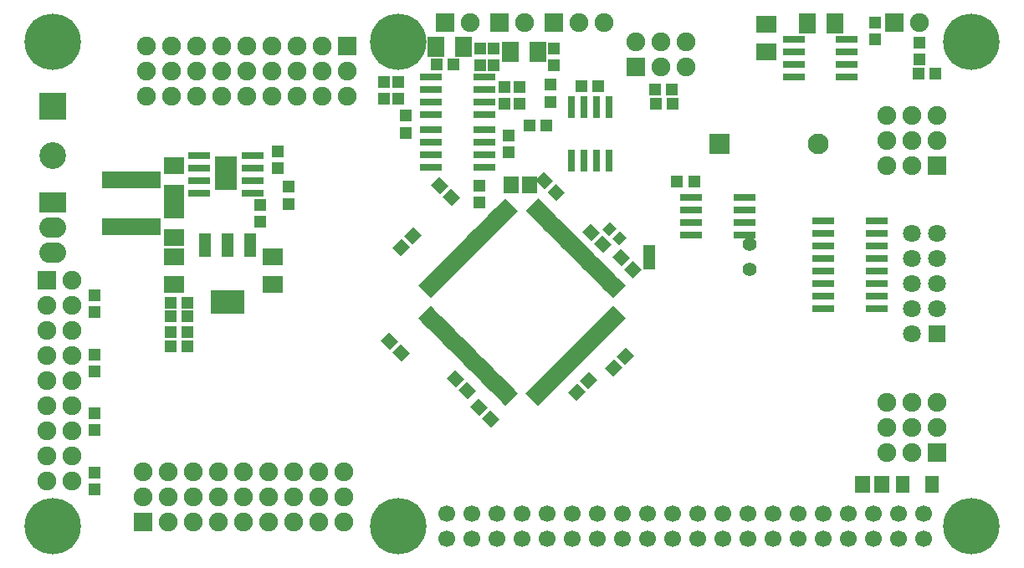
<source format=gts>
G04 DipTrace 2.4.0.2*
%INTopMask.gbr*%
%MOIN*%
%ADD23R,0.0748X0.0748*%
%ADD24C,0.0748*%
%ADD31C,0.0669*%
%ADD60C,0.0559*%
%ADD62R,0.1358X0.0925*%
%ADD64R,0.0453X0.0925*%
%ADD66R,0.0906X0.1339*%
%ADD68R,0.0315X0.0866*%
%ADD70C,0.2244*%
%ADD73R,0.0866X0.0315*%
%ADD75C,0.2244*%
%ADD77R,0.0551X0.0709*%
%ADD79R,0.2323X0.0709*%
%ADD81O,0.1063X0.0827*%
%ADD83R,0.1063X0.0827*%
%ADD85C,0.0709*%
%ADD87R,0.0709X0.0709*%
%ADD89C,0.1063*%
%ADD91R,0.1063X0.1063*%
%ADD94R,0.0709X0.0787*%
%ADD96R,0.0591X0.0669*%
%ADD98R,0.0472X0.0512*%
%ADD100R,0.0787X0.0709*%
%ADD102R,0.0512X0.0472*%
%ADD104C,0.0827*%
%ADD105R,0.0827X0.0827*%
%FSLAX44Y44*%
G04*
G70*
G90*
G75*
G01*
%LNTopMask*%
%LPD*%
D105*
X31873Y20544D3*
D104*
X35810D3*
G36*
X28136Y11758D2*
X27802Y12092D1*
X28164Y12454D1*
X28498Y12120D1*
X28136Y11758D1*
G37*
G36*
X27662Y11285D2*
X27328Y11619D1*
X27690Y11981D1*
X28024Y11647D1*
X27662Y11285D1*
G37*
G36*
X27624Y16038D2*
X27958Y16372D1*
X28320Y16011D1*
X27986Y15676D1*
X27624Y16038D1*
G37*
G36*
X28097Y15565D2*
X28431Y15899D1*
X28793Y15537D1*
X28459Y15203D1*
X28097Y15565D1*
G37*
G36*
X20856Y18437D2*
X21190Y18771D1*
X21552Y18409D1*
X21218Y18075D1*
X20856Y18437D1*
G37*
G36*
X20382Y18910D2*
X20717Y19244D1*
X21078Y18882D1*
X20744Y18548D1*
X20382Y18910D1*
G37*
G36*
X19179Y16089D2*
X18845Y16423D1*
X19207Y16785D1*
X19541Y16451D1*
X19179Y16089D1*
G37*
G36*
X19652Y16562D2*
X19318Y16896D1*
X19680Y17258D1*
X20014Y16924D1*
X19652Y16562D1*
G37*
G36*
X18856Y12249D2*
X19190Y12583D1*
X19552Y12221D1*
X19218Y11887D1*
X18856Y12249D1*
G37*
G36*
X18382Y12722D2*
X18717Y13056D1*
X19078Y12695D1*
X18744Y12361D1*
X18382Y12722D1*
G37*
G36*
X21502Y10742D2*
X21836Y11076D1*
X22198Y10714D1*
X21864Y10380D1*
X21502Y10742D1*
G37*
G36*
X21029Y11216D2*
X21363Y11550D1*
X21725Y11188D1*
X21391Y10854D1*
X21029Y11216D1*
G37*
G36*
X22418Y9624D2*
X22752Y9958D1*
X23114Y9596D1*
X22780Y9262D1*
X22418Y9624D1*
G37*
G36*
X21945Y10097D2*
X22279Y10431D1*
X22641Y10070D1*
X22307Y9736D1*
X21945Y10097D1*
G37*
G36*
X26190Y10325D2*
X25856Y10659D1*
X26218Y11021D1*
X26552Y10687D1*
X26190Y10325D1*
G37*
G36*
X26663Y10798D2*
X26329Y11132D1*
X26691Y11494D1*
X27025Y11160D1*
X26663Y10798D1*
G37*
D102*
X30020Y22146D3*
X29350D3*
X26391Y22860D3*
X27061D3*
D100*
X10138Y19685D3*
Y18583D3*
D98*
X13583Y18110D3*
Y17441D3*
D100*
X10138Y16831D3*
Y17933D3*
Y16043D3*
Y14941D3*
X14075Y14961D3*
Y16063D3*
D96*
X38346Y6988D3*
X37598D3*
X24329Y18923D3*
X23581D3*
G36*
X24554Y19108D2*
X24888Y19442D1*
X25250Y19081D1*
X24915Y18747D1*
X24554Y19108D1*
G37*
G36*
X25027Y18635D2*
X25361Y18969D1*
X25723Y18607D1*
X25389Y18273D1*
X25027Y18635D1*
G37*
G36*
X26418Y17062D2*
X26752Y17396D1*
X27114Y17034D1*
X26780Y16700D1*
X26418Y17062D1*
G37*
G36*
X26892Y16588D2*
X27226Y16922D1*
X27587Y16561D1*
X27253Y16226D1*
X26892Y16588D1*
G37*
D102*
X30204Y19048D3*
X30873D3*
D98*
X23917Y22146D3*
Y22815D3*
D94*
X23563Y24213D3*
X24665D3*
D98*
X18516Y22360D3*
Y23030D3*
D94*
X21692Y24423D3*
X20590D3*
X35374Y25354D3*
X36476D3*
D98*
X38091Y24705D3*
Y25374D3*
D102*
X39823Y23366D3*
X40492D3*
D100*
X33760Y25315D3*
Y24213D3*
D98*
X6988Y13839D3*
Y14508D3*
Y11476D3*
Y12146D3*
Y6791D3*
Y7461D3*
Y9154D3*
Y9823D3*
D23*
X17055Y24441D3*
D24*
Y23441D3*
X16055Y24441D3*
Y23441D3*
X15055Y24441D3*
Y23441D3*
X14055Y24441D3*
Y23441D3*
X13055Y24441D3*
Y23441D3*
X12055Y24441D3*
Y23441D3*
X11055Y24441D3*
Y23441D3*
X10055Y24441D3*
Y23441D3*
X9055Y24441D3*
Y23441D3*
X17055Y22441D3*
X16055D3*
X15055D3*
X14055D3*
X13055D3*
X12055D3*
X11055D3*
X10055D3*
X9055D3*
D23*
X8929Y5480D3*
D24*
Y6480D3*
X9929Y5480D3*
Y6480D3*
X10929Y5480D3*
Y6480D3*
X11929Y5480D3*
Y6480D3*
X12929Y5480D3*
Y6480D3*
X13929Y5480D3*
Y6480D3*
X14929Y5480D3*
Y6480D3*
X15929Y5480D3*
Y6480D3*
X16929Y5480D3*
Y6480D3*
X8929Y7480D3*
X9929D3*
X10929D3*
X11929D3*
X12929D3*
X13929D3*
X14929D3*
X15929D3*
X16929D3*
D23*
X40551Y19685D3*
D24*
X39551D3*
X40551Y20685D3*
X39551D3*
X40551Y21685D3*
X39551D3*
X38551Y19685D3*
Y20685D3*
Y21685D3*
D23*
X40551Y8268D3*
D24*
X39551D3*
X40551Y9268D3*
X39551D3*
X40551Y10268D3*
X39551D3*
X38551Y8268D3*
Y9268D3*
Y10268D3*
D91*
X5315Y22047D3*
D89*
Y20079D3*
D87*
X40551Y12992D3*
D85*
X39551D3*
X40551Y13992D3*
X39551D3*
X40551Y14992D3*
X39551D3*
X40551Y15992D3*
X39551D3*
X40551Y16992D3*
X39551D3*
D23*
X5079Y15110D3*
D24*
X6079D3*
X5079Y14110D3*
X6079D3*
X5079Y13110D3*
X6079D3*
X5079Y12110D3*
X6079D3*
X5079Y11110D3*
X6079D3*
X5079Y10110D3*
X6079D3*
X5079Y9110D3*
X6079D3*
X5079Y8110D3*
X6079D3*
X5079Y7110D3*
X6079D3*
D23*
X23122Y25394D3*
D24*
X24122D3*
D23*
X28543Y23622D3*
D24*
Y24622D3*
X29543Y23622D3*
Y24622D3*
X30543Y23622D3*
Y24622D3*
D83*
X5329Y18235D3*
D81*
Y17235D3*
Y16235D3*
D23*
X20957Y25394D3*
D24*
X21957D3*
D23*
X38870D3*
D24*
X39870D3*
D23*
X25280D3*
D24*
X26280D3*
X27280D3*
G36*
X27613Y16769D2*
X27919Y17076D1*
X28184Y16811D1*
X27878Y16505D1*
X27613Y16769D1*
G37*
G36*
X27224Y17159D2*
X27530Y17465D1*
X27794Y17201D1*
X27488Y16895D1*
X27224Y17159D1*
G37*
D79*
X8454Y19110D3*
Y17260D3*
D77*
X40354Y6988D3*
X39173D3*
D75*
X5315Y5315D3*
Y24606D3*
D73*
X36016Y17485D3*
Y16985D3*
Y16485D3*
Y15985D3*
Y15485D3*
Y14985D3*
Y14485D3*
Y13985D3*
X38142D3*
Y14485D3*
Y14985D3*
Y15485D3*
Y15985D3*
Y16485D3*
Y16985D3*
Y17485D3*
D102*
X29331Y22736D3*
X30000D3*
D98*
X14705Y18169D3*
Y18839D3*
X14272Y19587D3*
Y20256D3*
D102*
X10704Y14235D3*
X10034D3*
X10704Y13673D3*
X10034D3*
X10704Y12485D3*
X10034D3*
X10704Y13048D3*
X10034D3*
D98*
X23327Y22146D3*
Y22815D3*
X25295Y24350D3*
Y23681D3*
X19079Y22360D3*
Y23030D3*
D102*
X20619Y23735D3*
X21288D3*
X24329Y21298D3*
X24998D3*
D98*
X25141Y22235D3*
Y22905D3*
X22329Y18882D3*
Y18213D3*
X19391Y21673D3*
Y21003D3*
X23494Y20213D3*
Y20882D3*
X39862Y23917D3*
Y24587D3*
X22343Y24350D3*
Y23681D3*
X22897Y24350D3*
Y23681D3*
D31*
X40012Y5817D3*
X39012D3*
X38012D3*
X37012D3*
X36012D3*
X35012D3*
X34012D3*
X33012D3*
X32012D3*
X31012D3*
X30012D3*
X29012D3*
X28012D3*
X27012D3*
X26012D3*
X25012D3*
X24012D3*
X23012D3*
X22012D3*
X21012D3*
Y4817D3*
X22012D3*
X23012D3*
X24012D3*
X25012D3*
X26012D3*
X27012D3*
X28012D3*
X29012D3*
X30012D3*
X31012D3*
X32012D3*
X33012D3*
X34012D3*
X35012D3*
X36012D3*
X37012D3*
X38012D3*
X39012D3*
X40012D3*
D70*
X41930Y5317D3*
Y24608D3*
X19095Y5317D3*
Y24608D3*
G36*
X27648Y14415D2*
X27509Y14554D1*
X28010Y15055D1*
X28149Y14916D1*
X27648Y14415D1*
G37*
G36*
X27509Y14554D2*
X27369Y14693D1*
X27870Y15195D1*
X28010Y15055D1*
X27509Y14554D1*
G37*
G36*
X27369Y14693D2*
X27230Y14833D1*
X27731Y15334D1*
X27871Y15195D1*
X27369Y14693D1*
G37*
G36*
X27230Y14833D2*
X27091Y14972D1*
X27592Y15473D1*
X27731Y15334D1*
X27230Y14833D1*
G37*
G36*
X27091Y14972D2*
X26952Y15111D1*
X27453Y15612D1*
X27592Y15473D1*
X27091Y14972D1*
G37*
G36*
X26952Y15111D2*
X26813Y15250D1*
X27314Y15751D1*
X27453Y15612D1*
X26952Y15111D1*
G37*
G36*
X26813Y15250D2*
X26673Y15389D1*
X27175Y15891D1*
X27314Y15751D1*
X26813Y15250D1*
G37*
G36*
X26673Y15389D2*
X26534Y15529D1*
X27035Y16030D1*
X27175Y15891D1*
X26673Y15389D1*
G37*
G36*
X26534Y15529D2*
X26395Y15668D1*
X26896Y16169D1*
X27035Y16030D1*
X26534Y15529D1*
G37*
G36*
X26395Y15668D2*
X26256Y15807D1*
X26757Y16308D1*
X26896Y16169D1*
X26395Y15668D1*
G37*
G36*
X26256Y15807D2*
X26117Y15946D1*
X26618Y16447D1*
X26757Y16308D1*
X26256Y15807D1*
G37*
G36*
X26117Y15946D2*
X25977Y16085D1*
X26479Y16587D1*
X26618Y16447D1*
X26117Y15946D1*
G37*
G36*
X25977Y16085D2*
X25838Y16225D1*
X26339Y16726D1*
X26479Y16587D1*
X25977Y16085D1*
G37*
G36*
X25838Y16225D2*
X25699Y16364D1*
X26200Y16865D1*
X26339Y16726D1*
X25838Y16225D1*
G37*
G36*
X25699Y16364D2*
X25560Y16503D1*
X26061Y17004D1*
X26200Y16865D1*
X25699Y16364D1*
G37*
G36*
X25560Y16503D2*
X25421Y16642D1*
X25922Y17143D1*
X26061Y17004D1*
X25560Y16503D1*
G37*
G36*
X25421Y16642D2*
X25281Y16781D1*
X25783Y17283D1*
X25922Y17143D1*
X25421Y16642D1*
G37*
G36*
X25281Y16781D2*
X25142Y16921D1*
X25643Y17422D1*
X25783Y17283D1*
X25281Y16781D1*
G37*
G36*
X25142Y16921D2*
X25003Y17060D1*
X25504Y17561D1*
X25643Y17422D1*
X25142Y16921D1*
G37*
G36*
X25003Y17060D2*
X24864Y17199D1*
X25365Y17700D1*
X25504Y17561D1*
X25003Y17060D1*
G37*
G36*
X24864Y17199D2*
X24725Y17338D1*
X25226Y17839D1*
X25365Y17700D1*
X24864Y17199D1*
G37*
G36*
X24725Y17338D2*
X24586Y17477D1*
X25087Y17978D1*
X25226Y17839D1*
X24725Y17338D1*
G37*
G36*
X24586Y17477D2*
X24446Y17617D1*
X24947Y18118D1*
X25087Y17978D1*
X24586Y17477D1*
G37*
G36*
X24446Y17617D2*
X24307Y17756D1*
X24808Y18257D1*
X24947Y18118D1*
X24446Y17617D1*
G37*
G36*
X24307Y17756D2*
X24168Y17895D1*
X24669Y18396D1*
X24808Y18257D1*
X24307Y17756D1*
G37*
G36*
X23221Y18257D2*
X23361Y18396D1*
X23862Y17895D1*
X23723Y17756D1*
X23221Y18257D1*
G37*
G36*
X23082Y18118D2*
X23221Y18257D1*
X23723Y17756D1*
X23583Y17617D1*
X23082Y18118D1*
G37*
G36*
X22943Y17978D2*
X23082Y18118D1*
X23583Y17617D1*
X23444Y17477D1*
X22943Y17978D1*
G37*
G36*
X22804Y17839D2*
X22943Y17978D1*
X23444Y17477D1*
X23305Y17338D1*
X22804Y17839D1*
G37*
G36*
X22665Y17700D2*
X22804Y17839D1*
X23305Y17338D1*
X23166Y17199D1*
X22665Y17700D1*
G37*
G36*
X22525Y17561D2*
X22665Y17700D1*
X23166Y17199D1*
X23027Y17060D1*
X22525Y17561D1*
G37*
G36*
X22386Y17422D2*
X22525Y17561D1*
X23027Y17060D1*
X22887Y16921D1*
X22386Y17422D1*
G37*
G36*
X22247Y17283D2*
X22386Y17422D1*
X22887Y16921D1*
X22748Y16781D1*
X22247Y17283D1*
G37*
G36*
X22108Y17143D2*
X22247Y17283D1*
X22748Y16781D1*
X22609Y16642D1*
X22108Y17143D1*
G37*
G36*
X21969Y17004D2*
X22108Y17143D1*
X22609Y16642D1*
X22470Y16503D1*
X21969Y17004D1*
G37*
G36*
X21829Y16865D2*
X21969Y17004D1*
X22470Y16503D1*
X22331Y16364D1*
X21829Y16865D1*
G37*
G36*
X21690Y16726D2*
X21829Y16865D1*
X22331Y16364D1*
X22191Y16225D1*
X21690Y16726D1*
G37*
G36*
X21551Y16587D2*
X21690Y16726D1*
X22191Y16225D1*
X22052Y16085D1*
X21551Y16587D1*
G37*
G36*
X21412Y16447D2*
X21551Y16587D1*
X22052Y16085D1*
X21913Y15946D1*
X21412Y16447D1*
G37*
G36*
X21273Y16308D2*
X21412Y16447D1*
X21913Y15946D1*
X21774Y15807D1*
X21273Y16308D1*
G37*
G36*
X21133Y16169D2*
X21273Y16308D1*
X21774Y15807D1*
X21635Y15668D1*
X21133Y16169D1*
G37*
G36*
X20994Y16030D2*
X21133Y16169D1*
X21635Y15668D1*
X21495Y15529D1*
X20994Y16030D1*
G37*
G36*
X20855Y15891D2*
X20994Y16030D1*
X21495Y15529D1*
X21356Y15389D1*
X20855Y15891D1*
G37*
G36*
X20716Y15751D2*
X20855Y15891D1*
X21356Y15389D1*
X21217Y15250D1*
X20716Y15751D1*
G37*
G36*
X20577Y15612D2*
X20716Y15751D1*
X21217Y15250D1*
X21078Y15111D1*
X20577Y15612D1*
G37*
G36*
X20438Y15473D2*
X20577Y15612D1*
X21078Y15111D1*
X20939Y14972D1*
X20438Y15473D1*
G37*
G36*
X20298Y15334D2*
X20438Y15473D1*
X20939Y14972D1*
X20799Y14833D1*
X20298Y15334D1*
G37*
G36*
X20159Y15195D2*
X20298Y15334D1*
X20799Y14833D1*
X20660Y14693D1*
X20159Y15195D1*
G37*
G36*
X20020Y15055D2*
X20159Y15195D1*
X20660Y14693D1*
X20521Y14554D1*
X20020Y15055D1*
G37*
G36*
X19881Y14916D2*
X20020Y15055D1*
X20521Y14554D1*
X20382Y14415D1*
X19881Y14916D1*
G37*
G36*
X20020Y13469D2*
X19881Y13608D1*
X20382Y14109D1*
X20521Y13970D1*
X20020Y13469D1*
G37*
G36*
X20159Y13329D2*
X20020Y13469D1*
X20521Y13970D1*
X20660Y13830D1*
X20159Y13329D1*
G37*
G36*
X20298Y13190D2*
X20159Y13329D1*
X20660Y13830D1*
X20799Y13691D1*
X20298Y13190D1*
G37*
G36*
X20438Y13051D2*
X20298Y13190D1*
X20799Y13691D1*
X20939Y13552D1*
X20438Y13051D1*
G37*
G36*
X20577Y12912D2*
X20438Y13051D1*
X20939Y13552D1*
X21078Y13413D1*
X20577Y12912D1*
G37*
G36*
X20716Y12773D2*
X20577Y12912D1*
X21078Y13413D1*
X21217Y13274D1*
X20716Y12773D1*
G37*
G36*
X20855Y12633D2*
X20716Y12773D1*
X21217Y13274D1*
X21356Y13135D1*
X20855Y12633D1*
G37*
G36*
X20994Y12494D2*
X20855Y12633D1*
X21356Y13135D1*
X21495Y12995D1*
X20994Y12494D1*
G37*
G36*
X21133Y12355D2*
X20994Y12494D1*
X21495Y12995D1*
X21635Y12856D1*
X21133Y12355D1*
G37*
G36*
X21273Y12216D2*
X21133Y12355D1*
X21635Y12856D1*
X21774Y12717D1*
X21273Y12216D1*
G37*
G36*
X21412Y12077D2*
X21273Y12216D1*
X21774Y12717D1*
X21913Y12578D1*
X21412Y12077D1*
G37*
G36*
X21551Y11937D2*
X21412Y12077D1*
X21913Y12578D1*
X22052Y12439D1*
X21551Y11937D1*
G37*
G36*
X21690Y11798D2*
X21551Y11937D1*
X22052Y12439D1*
X22191Y12299D1*
X21690Y11798D1*
G37*
G36*
X21829Y11659D2*
X21690Y11798D1*
X22191Y12299D1*
X22331Y12160D1*
X21829Y11659D1*
G37*
G36*
X21969Y11520D2*
X21829Y11659D1*
X22331Y12160D1*
X22470Y12021D1*
X21969Y11520D1*
G37*
G36*
X22108Y11381D2*
X21969Y11520D1*
X22470Y12021D1*
X22609Y11882D1*
X22108Y11381D1*
G37*
G36*
X22247Y11241D2*
X22108Y11381D1*
X22609Y11882D1*
X22748Y11743D1*
X22247Y11241D1*
G37*
G36*
X22386Y11102D2*
X22247Y11241D1*
X22748Y11743D1*
X22887Y11603D1*
X22386Y11102D1*
G37*
G36*
X22525Y10963D2*
X22386Y11102D1*
X22887Y11603D1*
X23027Y11464D1*
X22525Y10963D1*
G37*
G36*
X22665Y10824D2*
X22525Y10963D1*
X23027Y11464D1*
X23166Y11325D1*
X22665Y10824D1*
G37*
G36*
X22804Y10685D2*
X22665Y10824D1*
X23166Y11325D1*
X23305Y11186D1*
X22804Y10685D1*
G37*
G36*
X22943Y10545D2*
X22804Y10685D1*
X23305Y11186D1*
X23444Y11047D1*
X22943Y10545D1*
G37*
G36*
X23082Y10406D2*
X22943Y10545D1*
X23444Y11047D1*
X23583Y10907D1*
X23082Y10406D1*
G37*
G36*
X23221Y10267D2*
X23082Y10406D1*
X23583Y10907D1*
X23723Y10768D1*
X23221Y10267D1*
G37*
G36*
X23361Y10128D2*
X23221Y10267D1*
X23723Y10768D1*
X23862Y10629D1*
X23361Y10128D1*
G37*
G36*
X24168Y10629D2*
X24307Y10768D1*
X24808Y10267D1*
X24669Y10128D1*
X24168Y10629D1*
G37*
G36*
X24307Y10768D2*
X24446Y10907D1*
X24947Y10406D1*
X24808Y10267D1*
X24307Y10768D1*
G37*
G36*
X24446Y10907D2*
X24586Y11047D1*
X25087Y10545D1*
X24947Y10406D1*
X24446Y10907D1*
G37*
G36*
X24586Y11047D2*
X24725Y11186D1*
X25226Y10685D1*
X25087Y10545D1*
X24586Y11047D1*
G37*
G36*
X24725Y11186D2*
X24864Y11325D1*
X25365Y10824D1*
X25226Y10685D1*
X24725Y11186D1*
G37*
G36*
X24864Y11325D2*
X25003Y11464D1*
X25504Y10963D1*
X25365Y10824D1*
X24864Y11325D1*
G37*
G36*
X25003Y11464D2*
X25142Y11603D1*
X25643Y11102D1*
X25504Y10963D1*
X25003Y11464D1*
G37*
G36*
X25142Y11603D2*
X25281Y11743D1*
X25783Y11241D1*
X25643Y11102D1*
X25142Y11603D1*
G37*
G36*
X25281Y11743D2*
X25421Y11882D1*
X25922Y11381D1*
X25783Y11241D1*
X25281Y11743D1*
G37*
G36*
X25421Y11882D2*
X25560Y12021D1*
X26061Y11520D1*
X25922Y11381D1*
X25421Y11882D1*
G37*
G36*
X25560Y12021D2*
X25699Y12160D1*
X26200Y11659D1*
X26061Y11520D1*
X25560Y12021D1*
G37*
G36*
X25699Y12160D2*
X25838Y12299D1*
X26339Y11798D1*
X26200Y11659D1*
X25699Y12160D1*
G37*
G36*
X25838Y12299D2*
X25977Y12439D1*
X26479Y11937D1*
X26339Y11798D1*
X25838Y12299D1*
G37*
G36*
X25977Y12439D2*
X26117Y12578D1*
X26618Y12077D1*
X26479Y11937D1*
X25977Y12439D1*
G37*
G36*
X26117Y12578D2*
X26256Y12717D1*
X26757Y12216D1*
X26618Y12077D1*
X26117Y12578D1*
G37*
G36*
X26256Y12717D2*
X26395Y12856D1*
X26896Y12355D1*
X26757Y12216D1*
X26256Y12717D1*
G37*
G36*
X26395Y12856D2*
X26534Y12995D1*
X27035Y12494D1*
X26896Y12355D1*
X26395Y12856D1*
G37*
G36*
X26534Y12995D2*
X26673Y13135D1*
X27175Y12633D1*
X27035Y12494D1*
X26534Y12995D1*
G37*
G36*
X26673Y13135D2*
X26813Y13274D1*
X27314Y12773D1*
X27175Y12633D1*
X26673Y13135D1*
G37*
G36*
X26813Y13274D2*
X26952Y13413D1*
X27453Y12912D1*
X27314Y12773D1*
X26813Y13274D1*
G37*
G36*
X26952Y13413D2*
X27091Y13552D1*
X27592Y13051D1*
X27453Y12912D1*
X26952Y13413D1*
G37*
G36*
X27091Y13552D2*
X27230Y13691D1*
X27731Y13190D1*
X27592Y13051D1*
X27091Y13552D1*
G37*
G36*
X27230Y13691D2*
X27369Y13830D1*
X27871Y13329D1*
X27731Y13190D1*
X27230Y13691D1*
G37*
G36*
X27369Y13830D2*
X27509Y13970D1*
X28010Y13469D1*
X27870Y13329D1*
X27369Y13830D1*
G37*
G36*
X27509Y13970D2*
X27648Y14109D1*
X28149Y13608D1*
X28010Y13469D1*
X27509Y13970D1*
G37*
D68*
X25984Y19882D3*
X26484D3*
X26984D3*
X27484D3*
Y22008D3*
X26984D3*
X26484D3*
X25984D3*
D73*
X13287Y18602D3*
Y19102D3*
Y19602D3*
Y20102D3*
X11161D3*
Y19602D3*
Y19102D3*
Y18602D3*
D66*
X12224Y19392D3*
D64*
X13189Y16535D3*
X12283D3*
X11378D3*
D62*
X12283Y14252D3*
D73*
X32874Y16929D3*
Y17429D3*
Y17929D3*
Y18429D3*
X30748D3*
Y17929D3*
Y17429D3*
Y16929D3*
X34843Y24705D3*
Y24205D3*
Y23705D3*
Y23205D3*
X36969D3*
Y23705D3*
Y24205D3*
Y24705D3*
X20391Y23235D3*
Y22735D3*
Y22235D3*
Y21735D3*
X22517D3*
Y22235D3*
Y22735D3*
Y23235D3*
X20391Y21110D3*
Y20610D3*
Y20110D3*
Y19610D3*
X22517D3*
Y20110D3*
Y20610D3*
Y21110D3*
D60*
X33079Y15548D3*
Y16548D3*
G36*
X28839Y16535D2*
X29331D1*
Y15551D1*
X28839D1*
Y16535D1*
G37*
M02*

</source>
